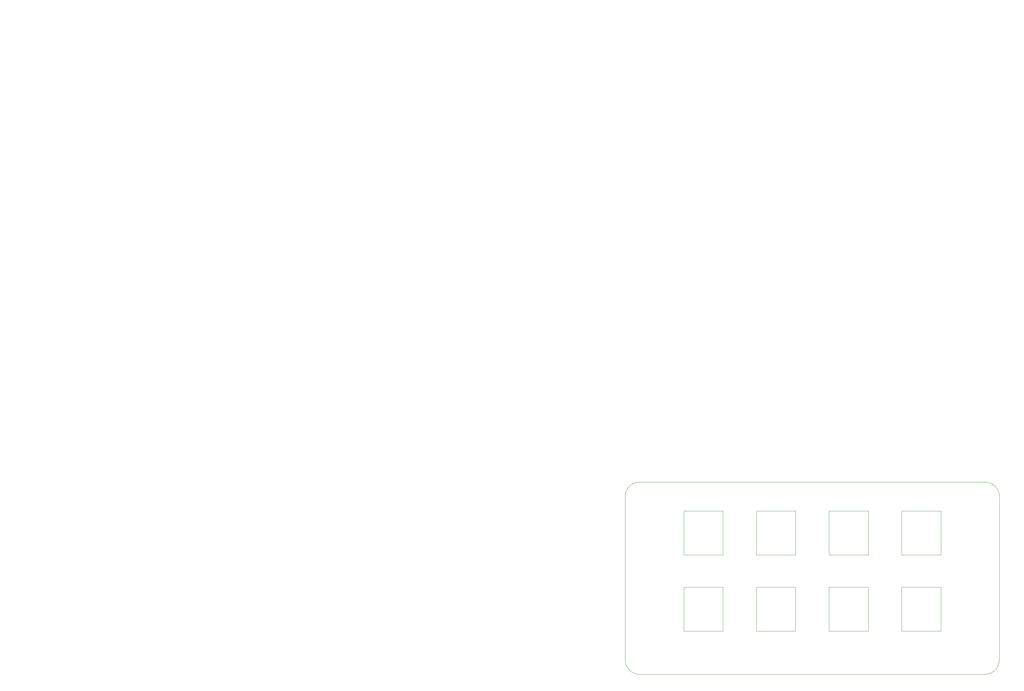
<source format=gbr>
G04 #@! TF.FileFunction,Profile,NP*
%FSLAX46Y46*%
G04 Gerber Fmt 4.6, Leading zero omitted, Abs format (unit mm)*
G04 Created by KiCad (PCBNEW 4.0.4+e1-6308~48~ubuntu15.10.1-stable) date Thu Jan 25 11:02:50 2018*
%MOMM*%
%LPD*%
G01*
G04 APERTURE LIST*
%ADD10C,0.100000*%
G04 APERTURE END LIST*
D10*
X221265754Y-104899645D02*
X221265754Y-93099645D01*
X221265754Y-105199645D02*
X221265754Y-104899645D01*
X232065754Y-105199645D02*
X221265754Y-105199645D01*
X232065754Y-93099645D02*
X232065754Y-105199645D01*
X221265754Y-93099645D02*
X232065754Y-93099645D01*
X221265754Y-83899645D02*
X221265754Y-72099645D01*
X221265754Y-84199645D02*
X221265754Y-83899645D01*
X232065754Y-84199645D02*
X221265754Y-84199645D01*
X232065754Y-72099645D02*
X232065754Y-84199645D01*
X221265754Y-72099645D02*
X232065754Y-72099645D01*
X201265754Y-83899645D02*
X201265754Y-72099645D01*
X201265754Y-84199645D02*
X201265754Y-83899645D01*
X212065754Y-84199645D02*
X201265754Y-84199645D01*
X212065754Y-72099645D02*
X212065754Y-84199645D01*
X201265754Y-72099645D02*
X212065754Y-72099645D01*
X201265754Y-104899645D02*
X201265754Y-93099645D01*
X201265754Y-105199645D02*
X201265754Y-104899645D01*
X212065754Y-105199645D02*
X201265754Y-105199645D01*
X212065754Y-93099645D02*
X212065754Y-105199645D01*
X201265754Y-93099645D02*
X212065754Y-93099645D01*
X181275754Y-104899645D02*
X181275754Y-93099645D01*
X181275754Y-105199645D02*
X181275754Y-104899645D01*
X192075754Y-105199645D02*
X181275754Y-105199645D01*
X192075754Y-93099645D02*
X192075754Y-105199645D01*
X181275754Y-93099645D02*
X192075754Y-93099645D01*
X181275754Y-83899645D02*
X181275754Y-72099645D01*
X181275754Y-84199645D02*
X181275754Y-83899645D01*
X192075754Y-84199645D02*
X181275754Y-84199645D01*
X192075754Y-72099645D02*
X192075754Y-84199645D01*
X181275754Y-72099645D02*
X192075754Y-72099645D01*
X161275754Y-83899645D02*
X161275754Y-72099645D01*
X161275754Y-84199645D02*
X161275754Y-83899645D01*
X172075754Y-84199645D02*
X161275754Y-84199645D01*
X172075754Y-72099645D02*
X172075754Y-84199645D01*
X161275754Y-72099645D02*
X172075754Y-72099645D01*
X161275754Y-105199645D02*
X161275754Y-104899645D01*
X172075754Y-105199645D02*
X161275754Y-105199645D01*
X172075754Y-93099645D02*
X172075754Y-105199645D01*
X161275754Y-93099645D02*
X172075754Y-93099645D01*
X161275754Y-104899645D02*
X161275754Y-93099645D01*
X248170754Y-68089645D02*
X248170754Y-113109645D01*
X145170754Y-113109645D02*
X145170754Y-68089645D01*
X145170754Y-68089645D02*
G75*
G02X149160754Y-64099645I3990000J0D01*
G01*
X149160754Y-117099645D02*
G75*
G02X145170754Y-113109645I0J3990000D01*
G01*
X244180754Y-117099645D02*
X149160754Y-117099645D01*
X248170754Y-113109645D02*
G75*
G02X244180754Y-117099645I-3990000J0D01*
G01*
X244180754Y-64099645D02*
G75*
G02X248170754Y-68089645I0J-3990000D01*
G01*
X149160754Y-64099645D02*
X244180754Y-64099645D01*
X15145404Y-62850000D02*
X15145404Y-62850000D01*
X-20150000Y64200000D02*
X-20150000Y64200000D01*
X20150000Y-64200000D02*
X20150000Y-64200000D01*
X10254596Y-62850000D02*
X10254596Y-62850000D01*
M02*

</source>
